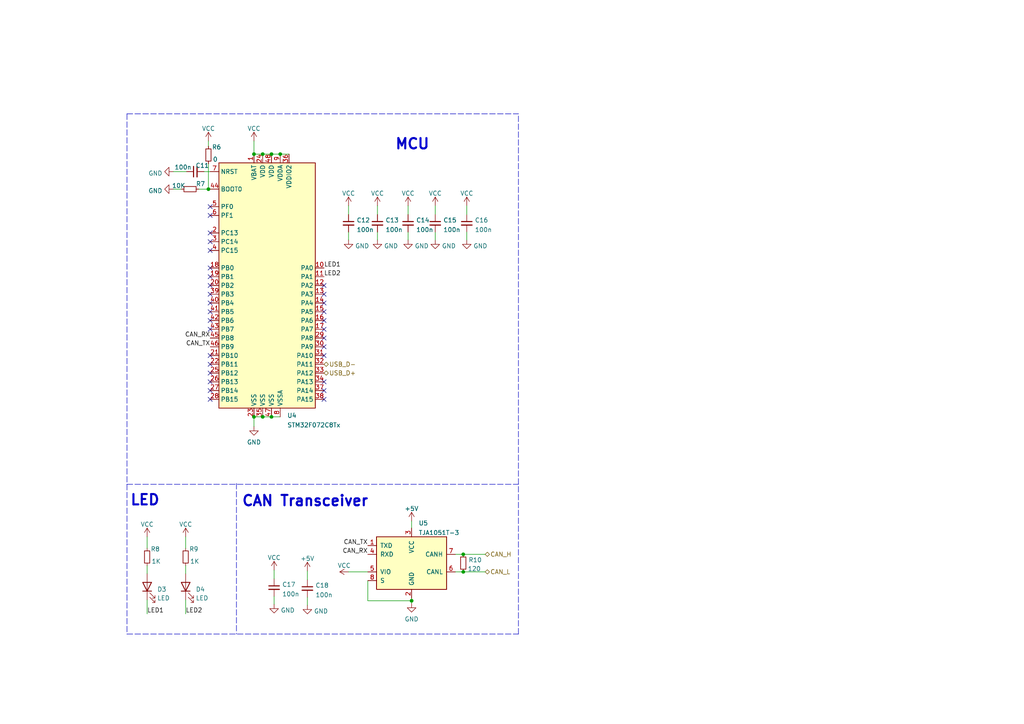
<source format=kicad_sch>
(kicad_sch (version 20211123) (generator eeschema)
  (paper "A4")
  (title_block (title "USB To CAN") (date "2023-05-04") (rev "2.0.1"))
  (lib_symbols
    (symbol "Device:C_Small" (pin_numbers hide) (pin_names (offset 0.254) hide)
      (property "Reference" "C" (at 0.254 1.778 0))
      (property "Value" "C_Small" (at 0.254 -2.032 0))
      (symbol "C_Small_0_1"
        (polyline (pts (xy -1.524 -0.508) (xy 1.524 -0.508)) (stroke (width 0.3302)))
        (polyline (pts (xy -1.524 0.508) (xy 1.524 0.508)) (stroke (width 0.3048)))
      )
      (symbol "C_Small_1_1"
        (pin passive line (at 0 2.54 270) (length 2.032) (name "~") (number "1"))
        (pin passive line (at 0 -2.54 90) (length 2.032) (name "~") (number "2"))
      )
    )
    (symbol "Device:LED" (pin_numbers hide) (pin_names (offset 1.016) hide)
      (property "Reference" "D" (at 0 2.54 0))
      (property "Value" "LED" (at 0 -2.54 0))
      (symbol "LED_0_1"
        (polyline (pts (xy -1.27 -1.27) (xy -1.27 1.27)) (stroke (width 0.254)))
        (polyline (pts (xy -1.27 0) (xy 1.27 0)))
        (polyline (pts (xy 1.27 -1.27) (xy 1.27 1.27) (xy -1.27 0) (xy 1.27 -1.27)) (stroke (width 0.254)))
        (polyline (pts (xy -3.048 -0.762) (xy -4.572 -2.286) (xy -3.81 -2.286) (xy -4.572 -2.286) (xy -4.572 -1.524)))
        (polyline (pts (xy -1.778 -0.762) (xy -3.302 -2.286) (xy -2.54 -2.286) (xy -3.302 -2.286) (xy -3.302 -1.524)))
      )
      (symbol "LED_1_1"
        (pin passive line (at -3.81 0 0) (length 2.54) (name "K") (number "1"))
        (pin passive line (at 3.81 0 180) (length 2.54) (name "A") (number "2"))
      )
    )
    (symbol "Device:R_Small" (pin_numbers hide) (pin_names (offset 0.254) hide)
      (property "Reference" "R" (at 0.762 0.508 0))
      (property "Value" "R_Small" (at 0.762 -1.016 0))
      (symbol "R_Small_0_1"
        (rectangle (start -0.762 1.778) (end 0.762 -1.778) (stroke (width 0.2032)))
      )
      (symbol "R_Small_1_1"
        (pin passive line (at 0 2.54 270) (length 0.762) (name "~") (number "1"))
        (pin passive line (at 0 -2.54 90) (length 0.762) (name "~") (number "2"))
      )
    )
    (symbol "Interface_CAN_LIN:TJA1051T-3" (pin_names (offset 1.016))
      (property "Reference" "U" (at -10.16 8.89 0))
      (property "Value" "TJA1051T-3" (at 1.27 8.89 0))
      (symbol "TJA1051T-3_0_1"
        (rectangle (start -10.16 7.62) (end 10.16 -7.62) (stroke (width 0.254)) (fill (type background)))
      )
      (symbol "TJA1051T-3_1_1"
        (pin input line (at -12.7 5.08 0) (length 2.54) (name "TXD") (number "1"))
        (pin power_in line (at 0 -10.16 90) (length 2.54) (name "GND") (number "2"))
        (pin power_in line (at 0 10.16 270) (length 2.54) (name "VCC") (number "3"))
        (pin output line (at -12.7 2.54 0) (length 2.54) (name "RXD") (number "4"))
        (pin power_in line (at -12.7 -2.54 0) (length 2.54) (name "VIO") (number "5"))
        (pin bidirectional line (at 12.7 -2.54 180) (length 2.54) (name "CANL") (number "6"))
        (pin bidirectional line (at 12.7 2.54 180) (length 2.54) (name "CANH") (number "7"))
        (pin input line (at -12.7 -5.08 0) (length 2.54) (name "S") (number "8"))
      )
    )
    (symbol "MCU_ST_STM32F0:STM32F072C8Tx"
      (property "Reference" "U" (at -15.24 36.83 0))
      (property "Value" "STM32F072C8Tx" (at 7.62 36.83 0))
      (symbol "STM32F072C8Tx_0_1"
        (rectangle (start -15.24 -35.56) (end 12.7 35.56) (stroke (width 0.254)) (fill (type background)))
      )
      (symbol "STM32F072C8Tx_1_1"
        (pin power_in line (at -5.08 38.1 270) (length 2.54) (name "VBAT") (number "1"))
        (pin bidirectional line (at 15.24 5.08 180) (length 2.54) (name "PA0") (number "10"))
        (pin bidirectional line (at 15.24 2.54 180) (length 2.54) (name "PA1") (number "11"))
        (pin bidirectional line (at 15.24 0 180) (length 2.54) (name "PA2") (number "12"))
        (pin bidirectional line (at 15.24 -2.54 180) (length 2.54) (name "PA3") (number "13"))
        (pin bidirectional line (at 15.24 -5.08 180) (length 2.54) (name "PA4") (number "14"))
        (pin bidirectional line (at 15.24 -7.62 180) (length 2.54) (name "PA5") (number "15"))
        (pin bidirectional line (at 15.24 -10.16 180) (length 2.54) (name "PA6") (number "16"))
        (pin bidirectional line (at 15.24 -12.7 180) (length 2.54) (name "PA7") (number "17"))
        (pin bidirectional line (at -17.78 5.08 0) (length 2.54) (name "PB0") (number "18"))
        (pin bidirectional line (at -17.78 2.54 0) (length 2.54) (name "PB1") (number "19"))
        (pin bidirectional line (at -17.78 15.24 0) (length 2.54) (name "PC13") (number "2"))
        (pin bidirectional line (at -17.78 0 0) (length 2.54) (name "PB2") (number "20"))
        (pin bidirectional line (at -17.78 -20.32 0) (length 2.54) (name "PB10") (number "21"))
        (pin bidirectional line (at -17.78 -22.86 0) (length 2.54) (name "PB11") (number "22"))
        (pin power_in line (at -5.08 -38.1 90) (length 2.54) (name "VSS") (number "23"))
        (pin power_in line (at -2.54 38.1 270) (length 2.54) (name "VDD") (number "24"))
        (pin bidirectional line (at -17.78 -25.4 0) (length 2.54) (name "PB12") (number "25"))
        (pin bidirectional line (at -17.78 -27.94 0) (length 2.54) (name "PB13") (number "26"))
        (pin bidirectional line (at -17.78 -30.48 0) (length 2.54) (name "PB14") (number "27"))
        (pin bidirectional line (at -17.78 -33.02 0) (length 2.54) (name "PB15") (number "28"))
        (pin bidirectional line (at 15.24 -15.24 180) (length 2.54) (name "PA8") (number "29"))
        (pin bidirectional line (at -17.78 12.7 0) (length 2.54) (name "PC14") (number "3"))
        (pin bidirectional line (at 15.24 -17.78 180) (length 2.54) (name "PA9") (number "30"))
        (pin bidirectional line (at 15.24 -20.32 180) (length 2.54) (name "PA10") (number "31"))
        (pin bidirectional line (at 15.24 -22.86 180) (length 2.54) (name "PA11") (number "32"))
        (pin bidirectional line (at 15.24 -25.4 180) (length 2.54) (name "PA12") (number "33"))
        (pin bidirectional line (at 15.24 -27.94 180) (length 2.54) (name "PA13") (number "34"))
        (pin power_in line (at -2.54 -38.1 90) (length 2.54) (name "VSS") (number "35"))
        (pin power_in line (at 5.08 38.1 270) (length 2.54) (name "VDDIO2") (number "36"))
        (pin bidirectional line (at 15.24 -30.48 180) (length 2.54) (name "PA14") (number "37"))
        (pin bidirectional line (at 15.24 -33.02 180) (length 2.54) (name "PA15") (number "38"))
        (pin bidirectional line (at -17.78 -2.54 0) (length 2.54) (name "PB3") (number "39"))
        (pin bidirectional line (at -17.78 10.16 0) (length 2.54) (name "PC15") (number "4"))
        (pin bidirectional line (at -17.78 -5.08 0) (length 2.54) (name "PB4") (number "40"))
        (pin bidirectional line (at -17.78 -7.62 0) (length 2.54) (name "PB5") (number "41"))
        (pin bidirectional line (at -17.78 -10.16 0) (length 2.54) (name "PB6") (number "42"))
        (pin bidirectional line (at -17.78 -12.7 0) (length 2.54) (name "PB7") (number "43"))
        (pin input line (at -17.78 27.94 0) (length 2.54) (name "BOOT0") (number "44"))
        (pin bidirectional line (at -17.78 -15.24 0) (length 2.54) (name "PB8") (number "45"))
        (pin bidirectional line (at -17.78 -17.78 0) (length 2.54) (name "PB9") (number "46"))
        (pin power_in line (at 0 -38.1 90) (length 2.54) (name "VSS") (number "47"))
        (pin power_in line (at 0 38.1 270) (length 2.54) (name "VDD") (number "48"))
        (pin input line (at -17.78 22.86 0) (length 2.54) (name "PF0") (number "5"))
        (pin input line (at -17.78 20.32 0) (length 2.54) (name "PF1") (number "6"))
        (pin input line (at -17.78 33.02 0) (length 2.54) (name "NRST") (number "7"))
        (pin power_in line (at 2.54 -38.1 90) (length 2.54) (name "VSSA") (number "8"))
        (pin power_in line (at 2.54 38.1 270) (length 2.54) (name "VDDA") (number "9"))
      )
    )
    (symbol "power:+5V" (power) (pin_names (offset 0))
      (property "Value" "+5V" (at 0 3.556 0))
      (symbol "+5V_0_1"
        (polyline (pts (xy -0.762 1.27) (xy 0 2.54)))
        (polyline (pts (xy 0 0) (xy 0 2.54)))
        (polyline (pts (xy 0 2.54) (xy 0.762 1.27)))
      )
      (symbol "+5V_1_1"
        (pin power_in line (at 0 0 90) (length 0) hide (name "+5V") (number "1"))
      )
    )
    (symbol "power:GND" (power) (pin_names (offset 0))
      (property "Value" "GND" (at 0 -3.81 0))
      (symbol "GND_0_1"
        (polyline (pts (xy 0 0) (xy 0 -1.27) (xy 1.27 -1.27) (xy 0 -2.54) (xy -1.27 -1.27) (xy 0 -1.27)))
      )
      (symbol "GND_1_1"
        (pin power_in line (at 0 0 270) (length 0) hide (name "GND") (number "1"))
      )
    )
    (symbol "power:VCC" (power) (pin_names (offset 0))
      (property "Value" "VCC" (at 0 3.81 0))
      (symbol "VCC_0_1"
        (polyline (pts (xy -0.762 1.27) (xy 0 2.54)))
        (polyline (pts (xy 0 0) (xy 0 2.54)))
        (polyline (pts (xy 0 2.54) (xy 0.762 1.27)))
      )
      (symbol "VCC_1_1"
        (pin power_in line (at 0 0 90) (length 0) hide (name "VCC") (number "1"))
      )
    )
  )
  (junction (at 73.66 120.904))
  (junction (at 81.28 44.704))
  (junction (at 78.74 120.904))
  (junction (at 76.2 44.704))
  (junction (at 73.66 44.704))
  (junction (at 134.366 160.782))
  (junction (at 119.38 174.244))
  (junction (at 134.366 165.862))
  (junction (at 60.452 54.864))
  (junction (at 78.74 44.704))
  (junction (at 76.2 120.904))
  (no_connect (at 93.98 92.964))
  (no_connect (at 60.96 80.264))
  (no_connect (at 60.96 82.804))
  (no_connect (at 93.98 87.884))
  (no_connect (at 93.98 85.344))
  (no_connect (at 60.96 95.504))
  (no_connect (at 93.98 103.124))
  (no_connect (at 60.96 67.564))
  (no_connect (at 60.96 108.204))
  (no_connect (at 60.96 113.284))
  (no_connect (at 60.96 103.124))
  (no_connect (at 93.98 82.804))
  (no_connect (at 93.98 100.584))
  (no_connect (at 93.98 115.824))
  (no_connect (at 60.96 115.824))
  (no_connect (at 60.96 87.884))
  (no_connect (at 93.98 98.044))
  (no_connect (at 60.96 90.424))
  (no_connect (at 60.96 62.484))
  (no_connect (at 93.98 95.504))
  (no_connect (at 60.96 59.944))
  (no_connect (at 60.96 105.664))
  (no_connect (at 60.96 92.964))
  (no_connect (at 93.98 110.744))
  (no_connect (at 93.98 113.284))
  (no_connect (at 60.96 110.744))
  (no_connect (at 60.96 70.104))
  (no_connect (at 60.96 85.344))
  (no_connect (at 60.96 77.724))
  (no_connect (at 60.96 72.644))
  (no_connect (at 93.98 90.424))
  (wire (pts (xy 126.238 67.31) (xy 126.238 69.596)))
  (wire (pts (xy 76.2 44.704) (xy 78.74 44.704)))
  (wire (pts (xy 118.364 67.31) (xy 118.364 69.596)))
  (wire (pts (xy 109.474 59.69) (xy 109.474 62.23)))
  (polyline (pts (xy 150.368 183.896) (xy 150.368 140.462)))
  (wire (pts (xy 79.502 165.354) (xy 79.502 167.894)))
  (wire (pts (xy 53.848 173.99) (xy 53.848 178.054)))
  (wire (pts (xy 50.292 49.784) (xy 54.102 49.784)))
  (wire (pts (xy 119.38 173.482) (xy 119.38 174.244)))
  (wire (pts (xy 119.38 174.244) (xy 119.38 175.006)))
  (wire (pts (xy 135.382 59.69) (xy 135.382 62.23)))
  (wire (pts (xy 119.38 151.13) (xy 119.38 153.162)))
  (wire (pts (xy 42.672 155.702) (xy 42.672 159.004)))
  (wire (pts (xy 60.452 40.894) (xy 60.452 42.418)))
  (wire (pts (xy 132.08 165.862) (xy 134.366 165.862)))
  (wire (pts (xy 89.154 165.608) (xy 89.154 168.148)))
  (wire (pts (xy 50.292 54.864) (xy 52.578 54.864)))
  (wire (pts (xy 42.672 173.99) (xy 42.672 178.054)))
  (wire (pts (xy 78.74 120.904) (xy 81.28 120.904)))
  (wire (pts (xy 134.366 165.862) (xy 140.716 165.862)))
  (wire (pts (xy 134.366 160.782) (xy 140.716 160.782)))
  (wire (pts (xy 42.672 164.084) (xy 42.672 166.37)))
  (wire (pts (xy 53.848 164.084) (xy 53.848 166.37)))
  (wire (pts (xy 106.68 168.402) (xy 106.68 174.244)))
  (wire (pts (xy 135.382 67.31) (xy 135.382 69.596)))
  (wire (pts (xy 101.092 67.31) (xy 101.092 69.596)))
  (wire (pts (xy 89.154 173.228) (xy 89.154 175.514)))
  (wire (pts (xy 57.658 54.864) (xy 60.452 54.864)))
  (wire (pts (xy 101.092 165.862) (xy 106.68 165.862)))
  (wire (pts (xy 60.452 47.498) (xy 60.452 54.864)))
  (polyline (pts (xy 36.83 33.02) (xy 36.83 140.462)))
  (wire (pts (xy 109.474 67.31) (xy 109.474 69.596)))
  (polyline (pts (xy 68.58 140.208) (xy 68.58 183.896)))
  (wire (pts (xy 59.182 49.784) (xy 60.96 49.784)))
  (wire (pts (xy 79.502 172.974) (xy 79.502 175.26)))
  (wire (pts (xy 81.28 44.704) (xy 83.82 44.704)))
  (polyline (pts (xy 36.83 140.462) (xy 150.368 140.462)))
  (wire (pts (xy 73.66 120.904) (xy 76.2 120.904)))
  (polyline (pts (xy 36.83 33.02) (xy 150.368 33.02)))
  (wire (pts (xy 73.66 44.704) (xy 76.2 44.704)))
  (wire (pts (xy 106.68 174.244) (xy 119.38 174.244)))
  (polyline (pts (xy 150.368 140.462) (xy 150.368 33.02)))
  (wire (pts (xy 118.364 59.69) (xy 118.364 62.23)))
  (wire (pts (xy 73.66 40.894) (xy 73.66 44.704)))
  (wire (pts (xy 132.08 160.782) (xy 134.366 160.782)))
  (polyline (pts (xy 36.83 183.896) (xy 150.368 183.896)))
  (wire (pts (xy 126.238 59.69) (xy 126.238 62.23)))
  (wire (pts (xy 53.848 155.702) (xy 53.848 159.004)))
  (wire (pts (xy 101.092 59.69) (xy 101.092 62.23)))
  (wire (pts (xy 60.452 54.864) (xy 60.96 54.864)))
  (polyline (pts (xy 36.83 140.462) (xy 36.83 183.896)))
  (wire (pts (xy 76.2 120.904) (xy 78.74 120.904)))
  (wire (pts (xy 73.66 120.904) (xy 73.66 123.698)))
  (wire (pts (xy 78.74 44.704) (xy 81.28 44.704)))
  (text "LED" (at 37.592 146.939 0) (effects (font (size 3 3) (thickness 0.6) bold) (justify left bottom)))
  (text "MCU" (at 114.427 43.688 0) (effects (font (size 3 3) (thickness 0.6) bold) (justify left bottom)))
  (text "CAN Transceiver" (at 69.977 147.193 0) (effects (font (size 3 3) (thickness 0.6) bold) (justify left bottom)))
  (label "CAN_TX" (at 60.96 100.584 180))
  (label "CAN_TX" (at 106.68 158.242 180))
  (label "LED1" (at 42.672 178.054 0))
  (label "LED2" (at 93.98 80.264 0))
  (label "LED1" (at 93.98 77.724 0))
  (label "CAN_RX" (at 60.96 98.044 180))
  (label "LED2" (at 53.848 178.054 0))
  (label "CAN_RX" (at 106.68 160.782 180))
  (hierarchical_label "CAN_L" (shape bidirectional) (at 140.716 165.862 0))
  (hierarchical_label "USB_D+" (shape bidirectional) (at 93.98 108.204 0))
  (hierarchical_label "CAN_H" (shape bidirectional) (at 140.716 160.782 0))
  (hierarchical_label "USB_D-" (shape bidirectional) (at 93.98 105.664 0))
  (symbol (lib_id "power:VCC") (at 101.092 59.69 0) (unit 1)
    (property "Reference" "#PWR045" (effects hide))
    (property "Value" "VCC" (at 101.092 56.0855 0))
  )
  (symbol (lib_id "power:GND") (at 50.292 49.784 270) (unit 1)
    (property "Reference" "#PWR043" (effects hide))
    (property "Value" "GND" (at 47.1171 50.263 90) (effects (justify right)))
  )
  (symbol (lib_id "Device:C_Small") (at 79.502 170.434 0) (unit 1)
    (property "Reference" "C17" (at 81.8261 169.5318 0) (effects (justify left)))
    (property "Value" "100n" (at 81.8261 172.3069 0) (effects (justify left)))
    (property "Footprint" "library:C_0603_1608Metric" (effects hide))
  )
  (symbol (lib_id "power:GND") (at 126.238 69.596 0) (unit 1)
    (property "Reference" "#PWR053" (effects hide))
    (property "Value" "GND" (at 128.143 71.345 0) (effects (justify left)))
  )
  (symbol (lib_id "power:VCC") (at 109.474 59.69 0) (unit 1)
    (property "Reference" "#PWR046" (effects hide))
    (property "Value" "VCC" (at 109.474 56.0855 0))
  )
  (symbol (lib_id "power:VCC") (at 60.452 40.894 0) (unit 1)
    (property "Reference" "#PWR041" (effects hide))
    (property "Value" "VCC" (at 60.452 37.2895 0))
  )
  (symbol (lib_id "Device:C_Small") (at 109.474 64.77 0) (unit 1)
    (property "Reference" "C13" (at 111.7981 63.8678 0) (effects (justify left)))
    (property "Value" "100n" (at 111.7981 66.6429 0) (effects (justify left)))
    (property "Footprint" "library:C_0603_1608Metric" (effects hide))
  )
  (symbol (lib_id "Device:C_Small") (at 56.642 49.784 90) (unit 1)
    (property "Reference" "C11" (at 58.674 48.006 90))
    (property "Value" "100n" (at 53.086 48.514 90))
    (property "Footprint" "library:C_0603_1608Metric" (effects hide))
  )
  (symbol (lib_id "MCU_ST_STM32F0:STM32F072C8Tx") (at 78.74 82.804 0) (unit 1)
    (property "Reference" "U4" (at 83.2994 120.5135 0) (effects (justify left)))
    (property "Value" "STM32F072C8Tx" (at 83.2994 123.2886 0) (effects (justify left)))
    (property "Footprint" "library:LQFP-48_7x7mm_P0.5mm" (effects hide))
    (property "Datasheet" "http://www.st.com/st-web-ui/static/active/en/resource/technical/document/datasheet/DM00090510.pdf" (effects hide))
  )
  (symbol (lib_id "power:VCC") (at 73.66 40.894 0) (unit 1)
    (property "Reference" "#PWR042" (effects hide))
    (property "Value" "VCC" (at 73.66 37.2895 0))
  )
  (symbol (lib_id "power:+5V") (at 119.38 151.13 0) (unit 1)
    (property "Reference" "#PWR056" (effects hide))
    (property "Value" "+5V" (at 119.38 147.5255 0))
  )
  (symbol (lib_id "Device:C_Small") (at 101.092 64.77 0) (unit 1)
    (property "Reference" "C12" (at 103.4161 63.8678 0) (effects (justify left)))
    (property "Value" "100n" (at 103.4161 66.6429 0) (effects (justify left)))
    (property "Footprint" "library:C_0603_1608Metric" (effects hide))
  )
  (symbol (lib_id "power:GND") (at 50.292 54.864 270) (unit 1)
    (property "Reference" "#PWR044" (effects hide))
    (property "Value" "GND" (at 47.1171 55.343 90) (effects (justify right)))
  )
  (symbol (lib_id "Device:LED") (at 42.672 170.18 90) (unit 1)
    (property "Reference" "D3" (at 45.593 170.9328 90) (effects (justify right)))
    (property "Value" "LED" (at 45.593 173.4697 90) (effects (justify right)))
    (property "Footprint" "library:LED_0603_1608Metric" (effects hide))
  )
  (symbol (lib_id "power:VCC") (at 101.092 165.862 90) (mirror x) (unit 1)
    (property "Reference" "#PWR061" (effects hide))
    (property "Value" "VCC" (at 99.822 164.0355 90))
  )
  (symbol (lib_id "Device:C_Small") (at 135.382 64.77 0) (unit 1)
    (property "Reference" "C16" (at 137.7061 63.8678 0) (effects (justify left)))
    (property "Value" "100n" (at 137.7061 66.6429 0) (effects (justify left)))
    (property "Footprint" "library:C_0603_1608Metric" (effects hide))
  )
  (symbol (lib_id "Device:R_Small") (at 134.366 163.322 0) (unit 1)
    (property "Reference" "R10" (at 135.8646 162.4135 0) (effects (justify left)))
    (property "Value" "120" (at 135.636 164.973 0) (effects (justify left)))
    (property "Footprint" "library:R_0603_1608Metric" (effects hide))
  )
  (symbol (lib_id "power:GND") (at 89.154 175.514 0) (unit 1)
    (property "Reference" "#PWR064" (effects hide))
    (property "Value" "GND" (at 91.059 177.263 0) (effects (justify left)))
  )
  (symbol (lib_id "power:GND") (at 119.38 175.006 0) (unit 1)
    (property "Reference" "#PWR062" (effects hide))
    (property "Value" "GND" (at 119.38 179.5685 0))
  )
  (symbol (lib_id "power:GND") (at 109.474 69.596 0) (unit 1)
    (property "Reference" "#PWR051" (effects hide))
    (property "Value" "GND" (at 111.379 71.345 0) (effects (justify left)))
  )
  (symbol (lib_id "Device:R_Small") (at 55.118 54.864 90) (unit 1)
    (property "Reference" "R7" (at 58.166 53.34 90))
    (property "Value" "10K" (at 51.816 53.848 90))
    (property "Footprint" "library:R_0603_1608Metric" (effects hide))
  )
  (symbol (lib_id "Interface_CAN_LIN:TJA1051T-3") (at 119.38 163.322 0) (unit 1)
    (property "Reference" "U5" (at 121.3994 151.7355 0) (effects (justify left)))
    (property "Value" "TJA1051T-3" (at 121.3994 154.5106 0) (effects (justify left)))
    (property "Footprint" "library:SOIC-8_3.9x4.9mm_P1.27mm" (effects hide))
    (property "Datasheet" "http://www.nxp.com/documents/data_sheet/TJA1051.pdf" (effects hide))
  )
  (symbol (lib_id "Device:C_Small") (at 118.364 64.77 0) (unit 1)
    (property "Reference" "C14" (at 120.6881 63.8678 0) (effects (justify left)))
    (property "Value" "100n" (at 120.6881 66.6429 0) (effects (justify left)))
    (property "Footprint" "library:C_0603_1608Metric" (effects hide))
  )
  (symbol (lib_id "Device:C_Small") (at 126.238 64.77 0) (unit 1)
    (property "Reference" "C15" (at 128.5621 63.8678 0) (effects (justify left)))
    (property "Value" "100n" (at 128.5621 66.6429 0) (effects (justify left)))
    (property "Footprint" "library:C_0603_1608Metric" (effects hide))
  )
  (symbol (lib_id "power:VCC") (at 79.502 165.354 0) (unit 1)
    (property "Reference" "#PWR059" (effects hide))
    (property "Value" "VCC" (at 79.502 161.7495 0))
  )
  (symbol (lib_id "Device:LED") (at 53.848 170.18 90) (unit 1)
    (property "Reference" "D4" (at 56.769 170.9328 90) (effects (justify right)))
    (property "Value" "LED" (at 56.769 173.4697 90) (effects (justify right)))
    (property "Footprint" "library:LED_0603_1608Metric" (effects hide))
  )
  (symbol (lib_id "power:GND") (at 135.382 69.596 0) (unit 1)
    (property "Reference" "#PWR054" (effects hide))
    (property "Value" "GND" (at 137.287 71.345 0) (effects (justify left)))
  )
  (symbol (lib_id "Device:C_Small") (at 89.154 170.688 0) (unit 1)
    (property "Reference" "C18" (at 91.4781 169.7858 0) (effects (justify left)))
    (property "Value" "100n" (at 91.4781 172.5609 0) (effects (justify left)))
    (property "Footprint" "library:C_0603_1608Metric" (effects hide))
  )
  (symbol (lib_id "power:VCC") (at 53.848 155.702 0) (unit 1)
    (property "Reference" "#PWR058" (effects hide))
    (property "Value" "VCC" (at 53.848 152.0975 0))
  )
  (symbol (lib_id "power:VCC") (at 118.364 59.69 0) (unit 1)
    (property "Reference" "#PWR047" (effects hide))
    (property "Value" "VCC" (at 118.364 56.0855 0))
  )
  (symbol (lib_id "power:GND") (at 73.66 123.698 0) (unit 1)
    (property "Reference" "#PWR055" (effects hide))
    (property "Value" "GND" (at 73.66 128.2605 0))
  )
  (symbol (lib_id "power:GND") (at 79.502 175.26 0) (unit 1)
    (property "Reference" "#PWR063" (effects hide))
    (property "Value" "GND" (at 81.407 177.009 0) (effects (justify left)))
  )
  (symbol (lib_id "Device:R_Small") (at 42.672 161.544 180) (unit 1)
    (property "Reference" "R8" (at 43.688 159.258 0) (effects (justify right)))
    (property "Value" "1K" (at 43.942 162.814 0) (effects (justify right)))
    (property "Footprint" "library:R_0603_1608Metric" (effects hide))
  )
  (symbol (lib_id "power:VCC") (at 126.238 59.69 0) (unit 1)
    (property "Reference" "#PWR048" (effects hide))
    (property "Value" "VCC" (at 126.238 56.0855 0))
  )
  (symbol (lib_id "power:GND") (at 101.092 69.596 0) (unit 1)
    (property "Reference" "#PWR050" (effects hide))
    (property "Value" "GND" (at 102.997 71.345 0) (effects (justify left)))
  )
  (symbol (lib_id "power:GND") (at 118.364 69.596 0) (unit 1)
    (property "Reference" "#PWR052" (effects hide))
    (property "Value" "GND" (at 120.269 71.345 0) (effects (justify left)))
  )
  (symbol (lib_id "Device:R_Small") (at 60.452 44.958 180) (unit 1)
    (property "Reference" "R6" (at 61.468 42.672 0) (effects (justify right)))
    (property "Value" "0" (at 61.722 46.228 0) (effects (justify right)))
    (property "Footprint" "library:R_0603_1608Metric" (effects hide))
  )
  (symbol (lib_id "Device:R_Small") (at 53.848 161.544 180) (unit 1)
    (property "Reference" "R9" (at 54.864 159.258 0) (effects (justify right)))
    (property "Value" "1K" (at 55.118 162.814 0) (effects (justify right)))
    (property "Footprint" "library:R_0603_1608Metric" (effects hide))
  )
  (symbol (lib_id "power:VCC") (at 135.382 59.69 0) (unit 1)
    (property "Reference" "#PWR049" (effects hide))
    (property "Value" "VCC" (at 135.382 56.0855 0))
  )
  (symbol (lib_id "power:VCC") (at 42.672 155.702 0) (unit 1)
    (property "Reference" "#PWR057" (effects hide))
    (property "Value" "VCC" (at 42.672 152.0975 0))
  )
  (symbol (lib_id "power:+5V") (at 89.154 165.608 0) (unit 1)
    (property "Reference" "#PWR060" (effects hide))
    (property "Value" "+5V" (at 89.154 162.0035 0))
  )
)
</source>
